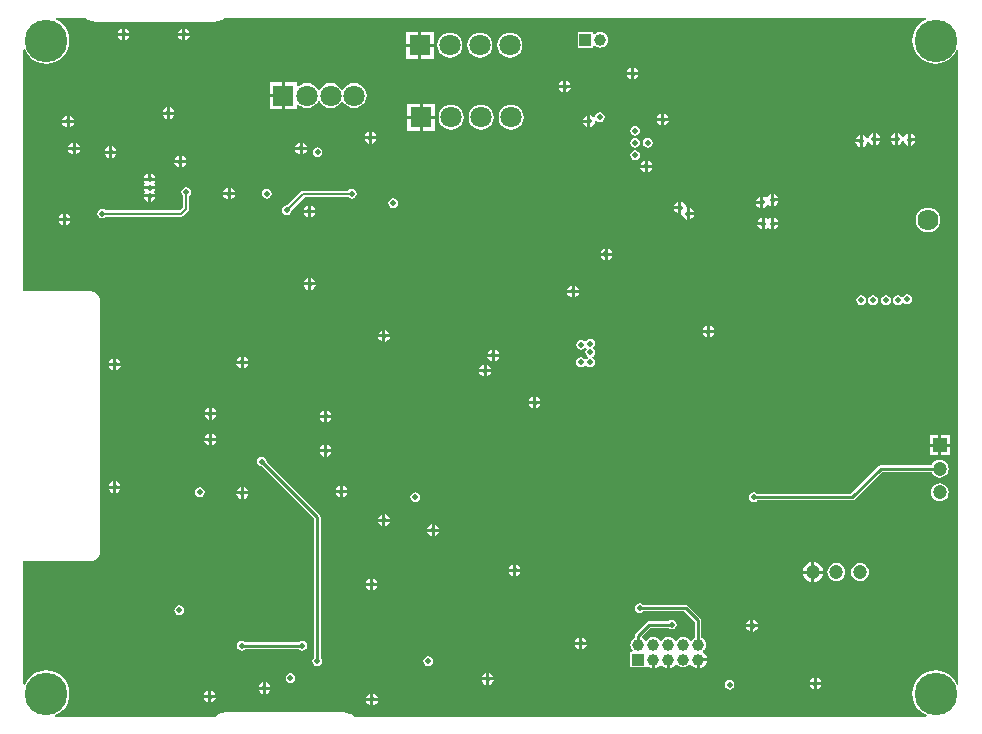
<source format=gbl>
G04*
G04 #@! TF.GenerationSoftware,Altium Limited,Altium Designer,21.1.1 (26)*
G04*
G04 Layer_Physical_Order=4*
G04 Layer_Color=16711680*
%FSLAX25Y25*%
%MOIN*%
G70*
G04*
G04 #@! TF.SameCoordinates,969F4329-1E93-4840-8548-A094FB753E80*
G04*
G04*
G04 #@! TF.FilePolarity,Positive*
G04*
G01*
G75*
%ADD13C,0.01000*%
%ADD17C,0.00800*%
%ADD34R,0.04724X0.04724*%
%ADD106R,0.03937X0.03937*%
%ADD107C,0.03937*%
%ADD108C,0.07008*%
%ADD116C,0.02000*%
%ADD126R,0.03960X0.03960*%
%ADD127C,0.03960*%
%ADD128C,0.14173*%
%ADD129C,0.04724*%
%ADD130C,0.07087*%
%ADD131R,0.07087X0.07087*%
%ADD132C,0.02000*%
G36*
X302753Y234104D02*
X301417Y233391D01*
X300247Y232430D01*
X299287Y231260D01*
X298573Y229924D01*
X298133Y228475D01*
X297985Y226969D01*
X298133Y225462D01*
X298573Y224013D01*
X299287Y222677D01*
X300247Y221507D01*
X301417Y220546D01*
X302753Y219833D01*
X304202Y219393D01*
X305709Y219245D01*
X307215Y219393D01*
X308664Y219833D01*
X310000Y220546D01*
X311170Y221507D01*
X312131Y222677D01*
X312844Y224013D01*
X313329Y223888D01*
X313329Y12332D01*
X312844Y12208D01*
X312131Y13543D01*
X311170Y14714D01*
X310000Y15674D01*
X308664Y16388D01*
X307215Y16827D01*
X305709Y16976D01*
X304202Y16827D01*
X302753Y16388D01*
X301417Y15674D01*
X300247Y14714D01*
X299287Y13543D01*
X298573Y12208D01*
X298133Y10759D01*
X297985Y9252D01*
X298133Y7745D01*
X298573Y6296D01*
X299287Y4961D01*
X300247Y3790D01*
X301417Y2830D01*
X302753Y2116D01*
X302629Y1631D01*
X111957D01*
X111786Y1788D01*
X111637Y1878D01*
X111508Y1993D01*
X110765Y2428D01*
X110601Y2484D01*
X110450Y2570D01*
X109632Y2838D01*
X109460Y2859D01*
X109294Y2910D01*
X108439Y3000D01*
X108352Y2992D01*
X108268Y3009D01*
X68898D01*
X68813Y2992D01*
X68727Y3000D01*
X67871Y2911D01*
X67704Y2859D01*
X67532Y2838D01*
X66714Y2569D01*
X66689Y2555D01*
X66662Y2551D01*
X66413Y2399D01*
X66159Y2256D01*
X66142Y2234D01*
X66118Y2220D01*
X65479Y1631D01*
X12332D01*
X12208Y2116D01*
X13543Y2830D01*
X14714Y3790D01*
X15674Y4961D01*
X16388Y6296D01*
X16827Y7745D01*
X16976Y9252D01*
X16827Y10759D01*
X16388Y12208D01*
X15674Y13543D01*
X14714Y14714D01*
X13543Y15674D01*
X12208Y16388D01*
X10759Y16827D01*
X9252Y16976D01*
X7745Y16827D01*
X6296Y16388D01*
X4961Y15674D01*
X3790Y14714D01*
X2830Y13543D01*
X2116Y12208D01*
X1631Y12332D01*
Y53487D01*
X24016D01*
X24105Y53505D01*
X24196Y53497D01*
X24547Y53536D01*
X24722Y53591D01*
X24904Y53617D01*
X25237Y53733D01*
X25395Y53826D01*
X25567Y53892D01*
X25866Y54079D01*
X25999Y54205D01*
X26152Y54307D01*
X26401Y54557D01*
X26503Y54710D01*
X26629Y54843D01*
X26817Y55142D01*
X26882Y55313D01*
X26975Y55471D01*
X27092Y55805D01*
X27117Y55986D01*
X27173Y56161D01*
X27212Y56512D01*
X27204Y56603D01*
X27222Y56693D01*
X27222Y140157D01*
X27204Y140247D01*
X27212Y140338D01*
X27173Y140689D01*
X27117Y140864D01*
X27092Y141046D01*
X26976Y141379D01*
X26882Y141537D01*
X26817Y141709D01*
X26629Y142007D01*
X26503Y142141D01*
X26401Y142293D01*
X26152Y142543D01*
X25999Y142645D01*
X25866Y142771D01*
X25567Y142958D01*
X25395Y143024D01*
X25237Y143117D01*
X24904Y143233D01*
X24722Y143259D01*
X24547Y143314D01*
X24196Y143353D01*
X24105Y143346D01*
X24016Y143364D01*
X1631D01*
X1631Y223888D01*
X2116Y224013D01*
X2830Y222677D01*
X3790Y221507D01*
X4961Y220546D01*
X6296Y219833D01*
X7745Y219393D01*
X9252Y219245D01*
X10759Y219393D01*
X12208Y219833D01*
X13543Y220546D01*
X14714Y221507D01*
X15674Y222677D01*
X16388Y224013D01*
X16827Y225462D01*
X16976Y226969D01*
X16827Y228475D01*
X16388Y229924D01*
X15674Y231260D01*
X14714Y232430D01*
X13543Y233391D01*
X12208Y234104D01*
X12339Y234587D01*
X22165Y234585D01*
X22332Y234432D01*
X22481Y234342D01*
X22610Y234227D01*
X23353Y233793D01*
X23517Y233736D01*
X23668Y233651D01*
X24486Y233383D01*
X24658Y233362D01*
X24824Y233310D01*
X25680Y233220D01*
X25766Y233228D01*
X25850Y233211D01*
X65220D01*
X65305Y233228D01*
X65391Y233220D01*
X66247Y233310D01*
X66414Y233362D01*
X66587Y233383D01*
X67405Y233652D01*
X67556Y233737D01*
X67721Y233794D01*
X68464Y234230D01*
X68594Y234346D01*
X68742Y234437D01*
X68908Y234589D01*
X197539Y234583D01*
X197570Y234589D01*
X302629Y234589D01*
X302753Y234104D01*
D02*
G37*
%LPC*%
G36*
X55618Y230940D02*
Y229500D01*
X57058D01*
X57002Y229780D01*
X56560Y230442D01*
X55898Y230884D01*
X55618Y230940D01*
D02*
G37*
G36*
X54618D02*
X54338Y230884D01*
X53676Y230442D01*
X53234Y229780D01*
X53178Y229500D01*
X54618D01*
Y230940D01*
D02*
G37*
G36*
X35539D02*
Y229500D01*
X36979D01*
X36923Y229780D01*
X36481Y230442D01*
X35820Y230884D01*
X35539Y230940D01*
D02*
G37*
G36*
X34539D02*
X34259Y230884D01*
X33597Y230442D01*
X33155Y229780D01*
X33100Y229500D01*
X34539D01*
Y230940D01*
D02*
G37*
G36*
X193898Y229756D02*
X193227Y229668D01*
X192602Y229409D01*
X192066Y228997D01*
X192045Y228970D01*
X191545Y229140D01*
Y229734D01*
X186408D01*
Y224597D01*
X191545D01*
Y225191D01*
X192045Y225361D01*
X192066Y225333D01*
X192602Y224922D01*
X193227Y224663D01*
X193898Y224575D01*
X194568Y224663D01*
X195193Y224922D01*
X195729Y225333D01*
X196141Y225870D01*
X196400Y226495D01*
X196488Y227165D01*
X196400Y227836D01*
X196141Y228461D01*
X195729Y228997D01*
X195193Y229409D01*
X194568Y229668D01*
X193898Y229756D01*
D02*
G37*
G36*
X57058Y228500D02*
X55618D01*
Y227060D01*
X55898Y227116D01*
X56560Y227558D01*
X57002Y228220D01*
X57058Y228500D01*
D02*
G37*
G36*
X54618D02*
X53178D01*
X53234Y228220D01*
X53676Y227558D01*
X54338Y227116D01*
X54618Y227060D01*
Y228500D01*
D02*
G37*
G36*
X36979D02*
X35539D01*
Y227060D01*
X35820Y227116D01*
X36481Y227558D01*
X36923Y228220D01*
X36979Y228500D01*
D02*
G37*
G36*
X34539D02*
X33100D01*
X33155Y228220D01*
X33597Y227558D01*
X34259Y227116D01*
X34539Y227060D01*
Y228500D01*
D02*
G37*
G36*
X138362Y229937D02*
X134319D01*
Y225894D01*
X138362D01*
Y229937D01*
D02*
G37*
G36*
X133319D02*
X129276D01*
Y225894D01*
X133319D01*
Y229937D01*
D02*
G37*
G36*
X163819Y229573D02*
X162737Y229430D01*
X161729Y229013D01*
X160864Y228349D01*
X160200Y227483D01*
X159782Y226475D01*
X159640Y225394D01*
X159782Y224312D01*
X160200Y223304D01*
X160864Y222439D01*
X161729Y221775D01*
X162737Y221357D01*
X163819Y221215D01*
X164901Y221357D01*
X165908Y221775D01*
X166774Y222439D01*
X167438Y223304D01*
X167856Y224312D01*
X167998Y225394D01*
X167856Y226475D01*
X167438Y227483D01*
X166774Y228349D01*
X165908Y229013D01*
X164901Y229430D01*
X163819Y229573D01*
D02*
G37*
G36*
X153819D02*
X152737Y229430D01*
X151729Y229013D01*
X150864Y228349D01*
X150200Y227483D01*
X149782Y226475D01*
X149640Y225394D01*
X149782Y224312D01*
X150200Y223304D01*
X150864Y222439D01*
X151729Y221775D01*
X152737Y221357D01*
X153819Y221215D01*
X154901Y221357D01*
X155908Y221775D01*
X156774Y222439D01*
X157438Y223304D01*
X157855Y224312D01*
X157998Y225394D01*
X157855Y226475D01*
X157438Y227483D01*
X156774Y228349D01*
X155908Y229013D01*
X154901Y229430D01*
X153819Y229573D01*
D02*
G37*
G36*
X143819D02*
X142737Y229430D01*
X141729Y229013D01*
X140864Y228349D01*
X140200Y227483D01*
X139782Y226475D01*
X139640Y225394D01*
X139782Y224312D01*
X140200Y223304D01*
X140864Y222439D01*
X141729Y221775D01*
X142737Y221357D01*
X143819Y221215D01*
X144901Y221357D01*
X145908Y221775D01*
X146774Y222439D01*
X147438Y223304D01*
X147855Y224312D01*
X147998Y225394D01*
X147855Y226475D01*
X147438Y227483D01*
X146774Y228349D01*
X145908Y229013D01*
X144901Y229430D01*
X143819Y229573D01*
D02*
G37*
G36*
X138362Y224894D02*
X134319D01*
Y220850D01*
X138362D01*
Y224894D01*
D02*
G37*
G36*
X133319D02*
X129276D01*
Y220850D01*
X133319D01*
Y224894D01*
D02*
G37*
G36*
X205224Y217885D02*
Y216445D01*
X206664D01*
X206608Y216725D01*
X206166Y217387D01*
X205505Y217829D01*
X205224Y217885D01*
D02*
G37*
G36*
X204224D02*
X203944Y217829D01*
X203282Y217387D01*
X202840Y216725D01*
X202785Y216445D01*
X204224D01*
Y217885D01*
D02*
G37*
G36*
X206664Y215445D02*
X205224D01*
Y214005D01*
X205505Y214061D01*
X206166Y214503D01*
X206608Y215164D01*
X206664Y215445D01*
D02*
G37*
G36*
X204224D02*
X202785D01*
X202840Y215164D01*
X203282Y214503D01*
X203944Y214061D01*
X204224Y214005D01*
Y215445D01*
D02*
G37*
G36*
X182587Y213554D02*
Y212114D01*
X184026D01*
X183971Y212394D01*
X183528Y213056D01*
X182867Y213498D01*
X182587Y213554D01*
D02*
G37*
G36*
X181587D02*
X181306Y213498D01*
X180645Y213056D01*
X180203Y212394D01*
X180147Y212114D01*
X181587D01*
Y213554D01*
D02*
G37*
G36*
X184026Y211114D02*
X182587D01*
Y209674D01*
X182867Y209730D01*
X183528Y210172D01*
X183971Y210834D01*
X184026Y211114D01*
D02*
G37*
G36*
X181587D02*
X180147D01*
X180203Y210834D01*
X180645Y210172D01*
X181306Y209730D01*
X181587Y209674D01*
Y211114D01*
D02*
G37*
G36*
X87785Y213153D02*
X83742D01*
Y209110D01*
X87785D01*
Y213153D01*
D02*
G37*
G36*
X92829D02*
X88785D01*
Y208610D01*
Y204067D01*
X92829D01*
Y205382D01*
X93329Y205559D01*
X94070Y204991D01*
X95078Y204573D01*
X96159Y204431D01*
X97241Y204573D01*
X98249Y204991D01*
X99115Y205655D01*
X99779Y206520D01*
X99847Y206684D01*
X100347D01*
X100414Y206520D01*
X101078Y205655D01*
X101944Y204991D01*
X102952Y204573D01*
X104034Y204431D01*
X105115Y204573D01*
X106123Y204991D01*
X106989Y205655D01*
X107653Y206520D01*
X107720Y206684D01*
X108221D01*
X108288Y206520D01*
X108952Y205655D01*
X109818Y204991D01*
X110826Y204573D01*
X111907Y204431D01*
X112989Y204573D01*
X113997Y204991D01*
X114863Y205655D01*
X115527Y206520D01*
X115944Y207528D01*
X116086Y208610D01*
X115944Y209692D01*
X115527Y210699D01*
X114863Y211565D01*
X113997Y212229D01*
X112989Y212647D01*
X111907Y212789D01*
X110826Y212647D01*
X109818Y212229D01*
X108952Y211565D01*
X108288Y210699D01*
X108221Y210536D01*
X107720D01*
X107653Y210699D01*
X106989Y211565D01*
X106123Y212229D01*
X105115Y212647D01*
X104034Y212789D01*
X102952Y212647D01*
X101944Y212229D01*
X101078Y211565D01*
X100414Y210699D01*
X100347Y210536D01*
X99847D01*
X99779Y210699D01*
X99115Y211565D01*
X98249Y212229D01*
X97241Y212647D01*
X96159Y212789D01*
X95078Y212647D01*
X94070Y212229D01*
X93329Y211660D01*
X92829Y211838D01*
Y213153D01*
D02*
G37*
G36*
X87785Y208110D02*
X83742D01*
Y204067D01*
X87785D01*
Y208110D01*
D02*
G37*
G36*
X50500Y204695D02*
Y203256D01*
X51940D01*
X51884Y203536D01*
X51442Y204197D01*
X50780Y204640D01*
X50500Y204695D01*
D02*
G37*
G36*
X49500D02*
X49220Y204640D01*
X48558Y204197D01*
X48116Y203536D01*
X48060Y203256D01*
X49500D01*
Y204695D01*
D02*
G37*
G36*
X138756Y205921D02*
X134713D01*
Y201878D01*
X138756D01*
Y205921D01*
D02*
G37*
G36*
X133713D02*
X129669D01*
Y201878D01*
X133713D01*
Y205921D01*
D02*
G37*
G36*
X193799Y203009D02*
X193175Y202885D01*
X192646Y202532D01*
X192292Y202002D01*
X192200Y201541D01*
X191692Y201401D01*
X191599Y201540D01*
X190938Y201982D01*
X190657Y202038D01*
Y200098D01*
Y198159D01*
X190938Y198214D01*
X191599Y198656D01*
X192041Y199318D01*
X192181Y200020D01*
X192473Y200154D01*
X192687Y200197D01*
X193175Y199871D01*
X193799Y199747D01*
X194423Y199871D01*
X194953Y200224D01*
X195306Y200754D01*
X195431Y201378D01*
X195306Y202002D01*
X194953Y202532D01*
X194423Y202885D01*
X193799Y203009D01*
D02*
G37*
G36*
X215264Y202530D02*
Y201091D01*
X216704D01*
X216648Y201371D01*
X216206Y202032D01*
X215544Y202474D01*
X215264Y202530D01*
D02*
G37*
G36*
X214264D02*
X213983Y202474D01*
X213322Y202032D01*
X212880Y201371D01*
X212824Y201091D01*
X214264D01*
Y202530D01*
D02*
G37*
G36*
X51940Y202256D02*
X50500D01*
Y200816D01*
X50780Y200871D01*
X51442Y201314D01*
X51884Y201975D01*
X51940Y202256D01*
D02*
G37*
G36*
X49500D02*
X48060D01*
X48116Y201975D01*
X48558Y201314D01*
X49220Y200871D01*
X49500Y200816D01*
Y202256D01*
D02*
G37*
G36*
X189657Y202038D02*
X189377Y201982D01*
X188716Y201540D01*
X188274Y200879D01*
X188218Y200598D01*
X189657D01*
Y202038D01*
D02*
G37*
G36*
X17035Y201940D02*
Y200500D01*
X18475D01*
X18419Y200780D01*
X17977Y201442D01*
X17316Y201884D01*
X17035Y201940D01*
D02*
G37*
G36*
X16035D02*
X15755Y201884D01*
X15093Y201442D01*
X14651Y200780D01*
X14596Y200500D01*
X16035D01*
Y201940D01*
D02*
G37*
G36*
X216704Y200091D02*
X215264D01*
Y198651D01*
X215544Y198707D01*
X216206Y199149D01*
X216648Y199810D01*
X216704Y200091D01*
D02*
G37*
G36*
X214264D02*
X212824D01*
X212880Y199810D01*
X213322Y199149D01*
X213983Y198707D01*
X214264Y198651D01*
Y200091D01*
D02*
G37*
G36*
X189657Y199598D02*
X188218D01*
X188274Y199318D01*
X188716Y198656D01*
X189377Y198214D01*
X189657Y198159D01*
Y199598D01*
D02*
G37*
G36*
X18475Y199500D02*
X17035D01*
Y198060D01*
X17316Y198116D01*
X17977Y198558D01*
X18419Y199220D01*
X18475Y199500D01*
D02*
G37*
G36*
X16035D02*
X14596D01*
X14651Y199220D01*
X15093Y198558D01*
X15755Y198116D01*
X16035Y198060D01*
Y199500D01*
D02*
G37*
G36*
X164213Y205557D02*
X163131Y205415D01*
X162123Y204997D01*
X161258Y204333D01*
X160593Y203467D01*
X160176Y202460D01*
X160034Y201378D01*
X160176Y200296D01*
X160593Y199288D01*
X161258Y198423D01*
X162123Y197759D01*
X163131Y197341D01*
X164213Y197199D01*
X165294Y197341D01*
X166302Y197759D01*
X167168Y198423D01*
X167832Y199288D01*
X168249Y200296D01*
X168392Y201378D01*
X168249Y202460D01*
X167832Y203467D01*
X167168Y204333D01*
X166302Y204997D01*
X165294Y205415D01*
X164213Y205557D01*
D02*
G37*
G36*
X154213D02*
X153131Y205415D01*
X152123Y204997D01*
X151258Y204333D01*
X150593Y203467D01*
X150176Y202460D01*
X150033Y201378D01*
X150176Y200296D01*
X150593Y199288D01*
X151258Y198423D01*
X152123Y197759D01*
X153131Y197341D01*
X154213Y197199D01*
X155294Y197341D01*
X156302Y197759D01*
X157168Y198423D01*
X157832Y199288D01*
X158249Y200296D01*
X158392Y201378D01*
X158249Y202460D01*
X157832Y203467D01*
X157168Y204333D01*
X156302Y204997D01*
X155294Y205415D01*
X154213Y205557D01*
D02*
G37*
G36*
X144213D02*
X143131Y205415D01*
X142123Y204997D01*
X141258Y204333D01*
X140593Y203467D01*
X140176Y202460D01*
X140033Y201378D01*
X140176Y200296D01*
X140593Y199288D01*
X141258Y198423D01*
X142123Y197759D01*
X143131Y197341D01*
X144213Y197199D01*
X145294Y197341D01*
X146302Y197759D01*
X147168Y198423D01*
X147832Y199288D01*
X148249Y200296D01*
X148392Y201378D01*
X148249Y202460D01*
X147832Y203467D01*
X147168Y204333D01*
X146302Y204997D01*
X145294Y205415D01*
X144213Y205557D01*
D02*
G37*
G36*
X138756Y200878D02*
X134713D01*
Y196835D01*
X138756D01*
Y200878D01*
D02*
G37*
G36*
X133713D02*
X129669D01*
Y196835D01*
X133713D01*
Y200878D01*
D02*
G37*
G36*
X205512Y198482D02*
X204888Y198358D01*
X204358Y198004D01*
X204005Y197475D01*
X203880Y196850D01*
X204005Y196226D01*
X204358Y195697D01*
X204888Y195343D01*
X205512Y195219D01*
X206136Y195343D01*
X206665Y195697D01*
X207019Y196226D01*
X207143Y196850D01*
X207019Y197475D01*
X206665Y198004D01*
X206136Y198358D01*
X205512Y198482D01*
D02*
G37*
G36*
X117821Y196475D02*
Y195035D01*
X119261D01*
X119205Y195315D01*
X118763Y195977D01*
X118101Y196419D01*
X117821Y196475D01*
D02*
G37*
G36*
X116821D02*
X116541Y196419D01*
X115879Y195977D01*
X115437Y195315D01*
X115381Y195035D01*
X116821D01*
Y196475D01*
D02*
G37*
G36*
X292217Y196074D02*
X291936Y196018D01*
X291275Y195576D01*
X290833Y194914D01*
X290777Y194634D01*
X292217D01*
Y196074D01*
D02*
G37*
G36*
X285736D02*
Y194634D01*
X287176D01*
X287120Y194914D01*
X286678Y195576D01*
X286017Y196018D01*
X285736Y196074D01*
D02*
G37*
G36*
X297547Y195837D02*
Y194398D01*
X298987D01*
X298931Y194678D01*
X298489Y195340D01*
X297828Y195782D01*
X297547Y195837D01*
D02*
G37*
G36*
X284736Y196074D02*
X284456Y196018D01*
X283794Y195576D01*
X283352Y194914D01*
X283254Y194421D01*
X283076Y194368D01*
X282734Y194368D01*
X282347Y194946D01*
X281686Y195388D01*
X281405Y195444D01*
Y193504D01*
Y191564D01*
X281686Y191620D01*
X282347Y192062D01*
X282789Y192724D01*
X282888Y193217D01*
X283066Y193270D01*
X283408Y193270D01*
X283794Y192692D01*
X284456Y192250D01*
X284736Y192194D01*
Y194134D01*
Y196074D01*
D02*
G37*
G36*
X280405Y195444D02*
X280125Y195388D01*
X279464Y194946D01*
X279022Y194284D01*
X278966Y194004D01*
X280405D01*
Y195444D01*
D02*
G37*
G36*
X119261Y194035D02*
X117821D01*
Y192595D01*
X118101Y192651D01*
X118763Y193093D01*
X119205Y193755D01*
X119261Y194035D01*
D02*
G37*
G36*
X116821D02*
X115381D01*
X115437Y193755D01*
X115879Y193093D01*
X116541Y192651D01*
X116821Y192595D01*
Y194035D01*
D02*
G37*
G36*
X292217Y193634D02*
X290777D01*
X290833Y193353D01*
X291275Y192692D01*
X291936Y192250D01*
X292217Y192194D01*
Y193634D01*
D02*
G37*
G36*
X287176D02*
X285736D01*
Y192194D01*
X286017Y192250D01*
X286678Y192692D01*
X287120Y193353D01*
X287176Y193634D01*
D02*
G37*
G36*
X298987Y193398D02*
X297547D01*
Y191958D01*
X297828Y192014D01*
X298489Y192456D01*
X298931Y193117D01*
X298987Y193398D01*
D02*
G37*
G36*
X293217Y196074D02*
Y194134D01*
Y192194D01*
X293497Y192250D01*
X294159Y192692D01*
X294601Y193353D01*
X294603Y193369D01*
X295113D01*
X295163Y193117D01*
X295605Y192456D01*
X296267Y192014D01*
X296547Y191958D01*
Y193898D01*
Y195837D01*
X296267Y195782D01*
X295605Y195340D01*
X295163Y194678D01*
X295160Y194663D01*
X294651D01*
X294601Y194914D01*
X294159Y195576D01*
X293497Y196018D01*
X293217Y196074D01*
D02*
G37*
G36*
X280405Y193004D02*
X278966D01*
X279022Y192724D01*
X279464Y192062D01*
X280125Y191620D01*
X280405Y191564D01*
Y193004D01*
D02*
G37*
G36*
X94691Y192931D02*
Y191492D01*
X96131D01*
X96075Y191772D01*
X95633Y192434D01*
X94971Y192876D01*
X94691Y192931D01*
D02*
G37*
G36*
X93691D02*
X93411Y192876D01*
X92749Y192434D01*
X92307Y191772D01*
X92251Y191492D01*
X93691D01*
Y192931D01*
D02*
G37*
G36*
X19004Y192885D02*
Y191445D01*
X20444D01*
X20388Y191725D01*
X19946Y192387D01*
X19284Y192829D01*
X19004Y192885D01*
D02*
G37*
G36*
X18004D02*
X17724Y192829D01*
X17062Y192387D01*
X16620Y191725D01*
X16564Y191445D01*
X18004D01*
Y192885D01*
D02*
G37*
G36*
X209752Y194545D02*
X209127Y194421D01*
X208598Y194067D01*
X208245Y193538D01*
X208120Y192913D01*
X208245Y192289D01*
X208598Y191760D01*
X209127Y191406D01*
X209752Y191282D01*
X210376Y191406D01*
X210905Y191760D01*
X211259Y192289D01*
X211383Y192913D01*
X211259Y193538D01*
X210905Y194067D01*
X210376Y194421D01*
X209752Y194545D01*
D02*
G37*
G36*
X205512D02*
X204888Y194421D01*
X204358Y194067D01*
X204005Y193538D01*
X203880Y192913D01*
X204005Y192289D01*
X204358Y191760D01*
X204888Y191406D01*
X205512Y191282D01*
X206136Y191406D01*
X206665Y191760D01*
X207019Y192289D01*
X207143Y192913D01*
X207019Y193538D01*
X206665Y194067D01*
X206136Y194421D01*
X205512Y194545D01*
D02*
G37*
G36*
X31209Y191703D02*
Y190264D01*
X32648D01*
X32593Y190544D01*
X32151Y191206D01*
X31489Y191648D01*
X31209Y191703D01*
D02*
G37*
G36*
X30209D02*
X29928Y191648D01*
X29267Y191206D01*
X28825Y190544D01*
X28769Y190264D01*
X30209D01*
Y191703D01*
D02*
G37*
G36*
X96131Y190492D02*
X94691D01*
Y189052D01*
X94971Y189108D01*
X95633Y189550D01*
X96075Y190211D01*
X96131Y190492D01*
D02*
G37*
G36*
X93691D02*
X92251D01*
X92307Y190211D01*
X92749Y189550D01*
X93411Y189108D01*
X93691Y189052D01*
Y190492D01*
D02*
G37*
G36*
X20444Y190445D02*
X19004D01*
Y189005D01*
X19284Y189061D01*
X19946Y189503D01*
X20388Y190164D01*
X20444Y190445D01*
D02*
G37*
G36*
X18004D02*
X16564D01*
X16620Y190164D01*
X17062Y189503D01*
X17724Y189061D01*
X18004Y189005D01*
Y190445D01*
D02*
G37*
G36*
X99703Y191344D02*
X99079Y191219D01*
X98549Y190866D01*
X98196Y190337D01*
X98071Y189712D01*
X98196Y189088D01*
X98549Y188559D01*
X99079Y188205D01*
X99703Y188081D01*
X100327Y188205D01*
X100856Y188559D01*
X101210Y189088D01*
X101334Y189712D01*
X101210Y190337D01*
X100856Y190866D01*
X100327Y191219D01*
X99703Y191344D01*
D02*
G37*
G36*
X32648Y189264D02*
X31209D01*
Y187824D01*
X31489Y187880D01*
X32151Y188322D01*
X32593Y188983D01*
X32648Y189264D01*
D02*
G37*
G36*
X30209D02*
X28769D01*
X28825Y188983D01*
X29267Y188322D01*
X29928Y187880D01*
X30209Y187824D01*
Y189264D01*
D02*
G37*
G36*
X54437Y188554D02*
Y187114D01*
X55877D01*
X55821Y187394D01*
X55379Y188056D01*
X54717Y188498D01*
X54437Y188554D01*
D02*
G37*
G36*
X53437D02*
X53157Y188498D01*
X52495Y188056D01*
X52053Y187394D01*
X51997Y187114D01*
X53437D01*
Y188554D01*
D02*
G37*
G36*
X205512Y190312D02*
X204888Y190188D01*
X204358Y189835D01*
X204005Y189305D01*
X203880Y188681D01*
X204005Y188057D01*
X204358Y187528D01*
X204888Y187174D01*
X205512Y187050D01*
X206136Y187174D01*
X206665Y187528D01*
X207019Y188057D01*
X207143Y188681D01*
X207019Y189305D01*
X206665Y189835D01*
X206136Y190188D01*
X205512Y190312D01*
D02*
G37*
G36*
X209752Y186979D02*
Y185539D01*
X211192D01*
X211136Y185820D01*
X210694Y186481D01*
X210032Y186923D01*
X209752Y186979D01*
D02*
G37*
G36*
X208752D02*
X208471Y186923D01*
X207810Y186481D01*
X207368Y185820D01*
X207312Y185539D01*
X208752D01*
Y186979D01*
D02*
G37*
G36*
X55877Y186114D02*
X54437D01*
Y184674D01*
X54717Y184730D01*
X55379Y185172D01*
X55821Y185833D01*
X55877Y186114D01*
D02*
G37*
G36*
X53437D02*
X51997D01*
X52053Y185833D01*
X52495Y185172D01*
X53157Y184730D01*
X53437Y184674D01*
Y186114D01*
D02*
G37*
G36*
X211192Y184539D02*
X209752D01*
Y183100D01*
X210032Y183155D01*
X210694Y183598D01*
X211136Y184259D01*
X211192Y184539D01*
D02*
G37*
G36*
X208752D02*
X207312D01*
X207368Y184259D01*
X207810Y183598D01*
X208471Y183155D01*
X208752Y183100D01*
Y184539D01*
D02*
G37*
G36*
X44201Y182648D02*
Y181209D01*
X45641D01*
X45585Y181489D01*
X45143Y182151D01*
X44481Y182593D01*
X44201Y182648D01*
D02*
G37*
G36*
X43201D02*
X42920Y182593D01*
X42259Y182151D01*
X41817Y181489D01*
X41761Y181209D01*
X43201D01*
Y182648D01*
D02*
G37*
G36*
X45641Y180209D02*
X41761D01*
X41817Y179928D01*
X42216Y179331D01*
X41817Y178733D01*
X41761Y178453D01*
X45641D01*
X45585Y178733D01*
X45185Y179331D01*
X45585Y179928D01*
X45641Y180209D01*
D02*
G37*
G36*
X70675Y177872D02*
Y176433D01*
X72115D01*
X72059Y176713D01*
X71617Y177375D01*
X70956Y177817D01*
X70675Y177872D01*
D02*
G37*
G36*
X69675D02*
X69395Y177817D01*
X68733Y177375D01*
X68291Y176713D01*
X68235Y176433D01*
X69675D01*
Y177872D01*
D02*
G37*
G36*
X45641Y177453D02*
X41761D01*
X41817Y177172D01*
X42216Y176575D01*
X41817Y175977D01*
X41761Y175697D01*
X45641D01*
X45585Y175977D01*
X45185Y176575D01*
X45585Y177172D01*
X45641Y177453D01*
D02*
G37*
G36*
X250878Y175759D02*
X250598Y175703D01*
X249936Y175261D01*
X249625Y174796D01*
X249422Y174608D01*
X248996Y174661D01*
X248615Y174916D01*
X248335Y174971D01*
Y173031D01*
Y171092D01*
X248615Y171148D01*
X249277Y171590D01*
X249587Y172055D01*
X249790Y172242D01*
X250216Y172190D01*
X250598Y171935D01*
X250878Y171879D01*
Y173819D01*
Y175759D01*
D02*
G37*
G36*
X251878D02*
Y174319D01*
X253318D01*
X253262Y174599D01*
X252820Y175261D01*
X252158Y175703D01*
X251878Y175759D01*
D02*
G37*
G36*
X111120Y177564D02*
X110496Y177440D01*
X109967Y177086D01*
X109877Y176952D01*
X94978D01*
X94588Y176875D01*
X94257Y176654D01*
X89625Y172021D01*
X89467Y172052D01*
X88842Y171928D01*
X88313Y171574D01*
X87959Y171045D01*
X87835Y170421D01*
X87959Y169797D01*
X88313Y169267D01*
X88842Y168914D01*
X89467Y168790D01*
X90091Y168914D01*
X90620Y169267D01*
X90974Y169797D01*
X91098Y170421D01*
X91066Y170579D01*
X95401Y174913D01*
X109877D01*
X109967Y174779D01*
X110496Y174425D01*
X111120Y174301D01*
X111744Y174425D01*
X112274Y174779D01*
X112627Y175308D01*
X112751Y175933D01*
X112627Y176557D01*
X112274Y177086D01*
X111744Y177440D01*
X111120Y177564D01*
D02*
G37*
G36*
X82774D02*
X82149Y177440D01*
X81620Y177086D01*
X81266Y176557D01*
X81142Y175933D01*
X81266Y175308D01*
X81620Y174779D01*
X82149Y174425D01*
X82774Y174301D01*
X83398Y174425D01*
X83927Y174779D01*
X84281Y175308D01*
X84405Y175933D01*
X84281Y176557D01*
X83927Y177086D01*
X83398Y177440D01*
X82774Y177564D01*
D02*
G37*
G36*
X72115Y175433D02*
X70675D01*
Y173993D01*
X70956Y174049D01*
X71617Y174491D01*
X72059Y175152D01*
X72115Y175433D01*
D02*
G37*
G36*
X69675D02*
X68235D01*
X68291Y175152D01*
X68733Y174491D01*
X69395Y174049D01*
X69675Y173993D01*
Y175433D01*
D02*
G37*
G36*
X247335Y174971D02*
X247054Y174916D01*
X246393Y174473D01*
X245951Y173812D01*
X245895Y173531D01*
X247335D01*
Y174971D01*
D02*
G37*
G36*
X45641Y174697D02*
X44201D01*
Y173257D01*
X44481Y173313D01*
X45143Y173755D01*
X45585Y174416D01*
X45641Y174697D01*
D02*
G37*
G36*
X43201D02*
X41761D01*
X41817Y174416D01*
X42259Y173755D01*
X42920Y173313D01*
X43201Y173257D01*
Y174697D01*
D02*
G37*
G36*
X253318Y173319D02*
X251878D01*
Y171879D01*
X252158Y171935D01*
X252820Y172377D01*
X253262Y173039D01*
X253318Y173319D01*
D02*
G37*
G36*
X219972Y173200D02*
X219692Y173144D01*
X219030Y172702D01*
X218588Y172040D01*
X218533Y171760D01*
X219972D01*
Y173200D01*
D02*
G37*
G36*
X124900Y174414D02*
X124275Y174290D01*
X123746Y173937D01*
X123392Y173407D01*
X123268Y172783D01*
X123392Y172159D01*
X123746Y171630D01*
X124275Y171276D01*
X124900Y171152D01*
X125524Y171276D01*
X126053Y171630D01*
X126407Y172159D01*
X126531Y172783D01*
X126407Y173407D01*
X126053Y173937D01*
X125524Y174290D01*
X124900Y174414D01*
D02*
G37*
G36*
X247335Y172531D02*
X245895D01*
X245951Y172251D01*
X246393Y171590D01*
X247054Y171148D01*
X247335Y171092D01*
Y172531D01*
D02*
G37*
G36*
X97447Y171967D02*
Y170527D01*
X98887D01*
X98831Y170808D01*
X98389Y171469D01*
X97727Y171911D01*
X97447Y171967D01*
D02*
G37*
G36*
X96447D02*
X96166Y171911D01*
X95505Y171469D01*
X95063Y170808D01*
X95007Y170527D01*
X96447D01*
Y171967D01*
D02*
G37*
G36*
X55905Y178009D02*
X55281Y177885D01*
X54752Y177531D01*
X54398Y177002D01*
X54274Y176378D01*
X54398Y175753D01*
X54752Y175224D01*
X54886Y175135D01*
Y171288D01*
X53908Y170311D01*
X29135D01*
X29045Y170445D01*
X28516Y170799D01*
X27892Y170923D01*
X27267Y170799D01*
X26738Y170445D01*
X26385Y169916D01*
X26260Y169291D01*
X26385Y168667D01*
X26738Y168138D01*
X27267Y167784D01*
X27892Y167660D01*
X28516Y167784D01*
X29045Y168138D01*
X29135Y168272D01*
X54331D01*
X54721Y168349D01*
X55052Y168570D01*
X56626Y170145D01*
X56847Y170476D01*
X56925Y170866D01*
Y175135D01*
X57059Y175224D01*
X57413Y175753D01*
X57537Y176378D01*
X57413Y177002D01*
X57059Y177531D01*
X56530Y177885D01*
X55905Y178009D01*
D02*
G37*
G36*
X223721Y171179D02*
Y169740D01*
X225161D01*
X225105Y170020D01*
X224663Y170682D01*
X224002Y171124D01*
X223721Y171179D01*
D02*
G37*
G36*
X219972Y170760D02*
X218533D01*
X218588Y170480D01*
X219030Y169818D01*
X219692Y169376D01*
X219972Y169320D01*
Y170760D01*
D02*
G37*
G36*
X98887Y169527D02*
X97447D01*
Y168087D01*
X97727Y168143D01*
X98389Y168585D01*
X98831Y169247D01*
X98887Y169527D01*
D02*
G37*
G36*
X96447D02*
X95007D01*
X95063Y169247D01*
X95505Y168585D01*
X96166Y168143D01*
X96447Y168087D01*
Y169527D01*
D02*
G37*
G36*
X15854Y169262D02*
Y167823D01*
X17294D01*
X17238Y168103D01*
X16796Y168764D01*
X16135Y169207D01*
X15854Y169262D01*
D02*
G37*
G36*
X14854D02*
X14574Y169207D01*
X13912Y168764D01*
X13470Y168103D01*
X13415Y167823D01*
X14854D01*
Y169262D01*
D02*
G37*
G36*
X250878Y167885D02*
X250598Y167829D01*
X249936Y167387D01*
X249670D01*
X249009Y167829D01*
X248728Y167885D01*
Y165945D01*
Y164005D01*
X249009Y164061D01*
X249670Y164503D01*
X249936D01*
X250598Y164061D01*
X250878Y164005D01*
Y165945D01*
Y167885D01*
D02*
G37*
G36*
X225161Y168740D02*
X223721D01*
Y167300D01*
X224002Y167356D01*
X224663Y167798D01*
X225105Y168459D01*
X225161Y168740D01*
D02*
G37*
G36*
X220972Y173200D02*
Y171260D01*
Y169079D01*
X221256Y168867D01*
X221337Y168459D01*
X221779Y167798D01*
X222441Y167356D01*
X222721Y167300D01*
Y169240D01*
Y171421D01*
X222437Y171633D01*
X222356Y172040D01*
X221914Y172702D01*
X221253Y173144D01*
X220972Y173200D01*
D02*
G37*
G36*
X251878Y167885D02*
Y166445D01*
X253318D01*
X253262Y166725D01*
X252820Y167387D01*
X252158Y167829D01*
X251878Y167885D01*
D02*
G37*
G36*
X247728D02*
X247448Y167829D01*
X246786Y167387D01*
X246344Y166725D01*
X246289Y166445D01*
X247728D01*
Y167885D01*
D02*
G37*
G36*
X17294Y166823D02*
X15854D01*
Y165383D01*
X16135Y165438D01*
X16796Y165881D01*
X17238Y166542D01*
X17294Y166823D01*
D02*
G37*
G36*
X14854D02*
X13415D01*
X13470Y166542D01*
X13912Y165881D01*
X14574Y165438D01*
X14854Y165383D01*
Y166823D01*
D02*
G37*
G36*
X253318Y165445D02*
X251878D01*
Y164005D01*
X252158Y164061D01*
X252820Y164503D01*
X253262Y165164D01*
X253318Y165445D01*
D02*
G37*
G36*
X247728D02*
X246289D01*
X246344Y165164D01*
X246786Y164503D01*
X247448Y164061D01*
X247728Y164005D01*
Y165445D01*
D02*
G37*
G36*
X303150Y171265D02*
X302078Y171124D01*
X301080Y170711D01*
X300223Y170053D01*
X299565Y169196D01*
X299151Y168197D01*
X299010Y167126D01*
X299151Y166055D01*
X299565Y165056D01*
X300223Y164199D01*
X301080Y163541D01*
X302078Y163128D01*
X303150Y162987D01*
X304221Y163128D01*
X305219Y163541D01*
X306077Y164199D01*
X306734Y165056D01*
X307148Y166055D01*
X307289Y167126D01*
X307148Y168197D01*
X306734Y169196D01*
X306077Y170053D01*
X305219Y170711D01*
X304221Y171124D01*
X303150Y171265D01*
D02*
G37*
G36*
X196464Y157648D02*
Y156208D01*
X197904D01*
X197848Y156489D01*
X197406Y157150D01*
X196745Y157592D01*
X196464Y157648D01*
D02*
G37*
G36*
X195464D02*
X195184Y157592D01*
X194522Y157150D01*
X194080Y156489D01*
X194025Y156208D01*
X195464D01*
Y157648D01*
D02*
G37*
G36*
X197904Y155208D02*
X196464D01*
Y153769D01*
X196745Y153824D01*
X197406Y154266D01*
X197848Y154928D01*
X197904Y155208D01*
D02*
G37*
G36*
X195464D02*
X194025D01*
X194080Y154928D01*
X194522Y154266D01*
X195184Y153824D01*
X195464Y153769D01*
Y155208D01*
D02*
G37*
G36*
X97585Y147747D02*
Y146307D01*
X99024D01*
X98969Y146587D01*
X98527Y147249D01*
X97865Y147691D01*
X97585Y147747D01*
D02*
G37*
G36*
X96585D02*
X96304Y147691D01*
X95643Y147249D01*
X95201Y146587D01*
X95145Y146307D01*
X96585D01*
Y147747D01*
D02*
G37*
G36*
X185342Y145345D02*
Y143905D01*
X186782D01*
X186726Y144186D01*
X186284Y144847D01*
X185623Y145289D01*
X185342Y145345D01*
D02*
G37*
G36*
X184342D02*
X184062Y145289D01*
X183400Y144847D01*
X182958Y144186D01*
X182903Y143905D01*
X184342D01*
Y145345D01*
D02*
G37*
G36*
X99024Y145307D02*
X97585D01*
Y143867D01*
X97865Y143923D01*
X98527Y144365D01*
X98969Y145027D01*
X99024Y145307D01*
D02*
G37*
G36*
X96585D02*
X95145D01*
X95201Y145027D01*
X95643Y144365D01*
X96304Y143923D01*
X96585Y143867D01*
Y145307D01*
D02*
G37*
G36*
X296260Y142379D02*
X295636Y142255D01*
X295106Y141902D01*
X294854Y141524D01*
X294375Y141465D01*
X294276Y141490D01*
X294264Y141508D01*
X293735Y141861D01*
X293110Y141986D01*
X292486Y141861D01*
X291957Y141508D01*
X291603Y140979D01*
X291479Y140354D01*
X291603Y139730D01*
X291957Y139201D01*
X292486Y138847D01*
X293110Y138723D01*
X293735Y138847D01*
X294264Y139201D01*
X294516Y139578D01*
X294995Y139637D01*
X295094Y139612D01*
X295106Y139594D01*
X295636Y139241D01*
X296260Y139117D01*
X296884Y139241D01*
X297413Y139594D01*
X297767Y140124D01*
X297891Y140748D01*
X297767Y141372D01*
X297413Y141902D01*
X296884Y142255D01*
X296260Y142379D01*
D02*
G37*
G36*
X186782Y142905D02*
X185342D01*
Y141465D01*
X185623Y141521D01*
X186284Y141963D01*
X186726Y142625D01*
X186782Y142905D01*
D02*
G37*
G36*
X184342D02*
X182903D01*
X182958Y142625D01*
X183400Y141963D01*
X184062Y141521D01*
X184342Y141465D01*
Y142905D01*
D02*
G37*
G36*
X289173Y141986D02*
X288549Y141861D01*
X288020Y141508D01*
X287666Y140979D01*
X287542Y140354D01*
X287666Y139730D01*
X288020Y139201D01*
X288549Y138847D01*
X289173Y138723D01*
X289797Y138847D01*
X290327Y139201D01*
X290680Y139730D01*
X290805Y140354D01*
X290680Y140979D01*
X290327Y141508D01*
X289797Y141861D01*
X289173Y141986D01*
D02*
G37*
G36*
X284842D02*
X284218Y141861D01*
X283689Y141508D01*
X283335Y140979D01*
X283211Y140354D01*
X283335Y139730D01*
X283689Y139201D01*
X284218Y138847D01*
X284842Y138723D01*
X285467Y138847D01*
X285996Y139201D01*
X286350Y139730D01*
X286474Y140354D01*
X286350Y140979D01*
X285996Y141508D01*
X285467Y141861D01*
X284842Y141986D01*
D02*
G37*
G36*
X280906D02*
X280281Y141861D01*
X279752Y141508D01*
X279398Y140979D01*
X279274Y140354D01*
X279398Y139730D01*
X279752Y139201D01*
X280281Y138847D01*
X280906Y138723D01*
X281530Y138847D01*
X282059Y139201D01*
X282413Y139730D01*
X282537Y140354D01*
X282413Y140979D01*
X282059Y141508D01*
X281530Y141861D01*
X280906Y141986D01*
D02*
G37*
G36*
X230499Y131861D02*
Y130421D01*
X231939D01*
X231883Y130702D01*
X231441Y131363D01*
X230779Y131805D01*
X230499Y131861D01*
D02*
G37*
G36*
X229499D02*
X229219Y131805D01*
X228557Y131363D01*
X228115Y130702D01*
X228059Y130421D01*
X229499D01*
Y131861D01*
D02*
G37*
G36*
X122329Y130461D02*
Y129022D01*
X123768D01*
X123713Y129302D01*
X123271Y129964D01*
X122609Y130406D01*
X122329Y130461D01*
D02*
G37*
G36*
X121329D02*
X121048Y130406D01*
X120387Y129964D01*
X119945Y129302D01*
X119889Y129022D01*
X121329D01*
Y130461D01*
D02*
G37*
G36*
X231939Y129421D02*
X230499D01*
Y127981D01*
X230779Y128037D01*
X231441Y128479D01*
X231883Y129141D01*
X231939Y129421D01*
D02*
G37*
G36*
X229499D02*
X228059D01*
X228115Y129141D01*
X228557Y128479D01*
X229219Y128037D01*
X229499Y127981D01*
Y129421D01*
D02*
G37*
G36*
X190551Y127594D02*
X189927Y127470D01*
X189398Y127116D01*
X189226Y126859D01*
X188798Y126688D01*
X188608Y126766D01*
X188223Y127023D01*
X187598Y127147D01*
X186974Y127023D01*
X186445Y126669D01*
X186091Y126140D01*
X185967Y125516D01*
X186091Y124891D01*
X186445Y124362D01*
X186974Y124009D01*
X187598Y123884D01*
X188223Y124009D01*
X188752Y124362D01*
X189237Y124394D01*
X189398Y124185D01*
X189044Y123656D01*
X188920Y123031D01*
X189044Y122407D01*
X189398Y121878D01*
X189760Y121636D01*
X189767Y121617D01*
Y121099D01*
X189760Y121081D01*
X189398Y120839D01*
X189277Y120658D01*
X188676D01*
X188555Y120839D01*
X188026Y121192D01*
X187402Y121316D01*
X186777Y121192D01*
X186248Y120839D01*
X185894Y120309D01*
X185770Y119685D01*
X185894Y119061D01*
X186248Y118532D01*
X186777Y118178D01*
X187402Y118054D01*
X188026Y118178D01*
X188555Y118532D01*
X188676Y118712D01*
X189277D01*
X189398Y118532D01*
X189927Y118178D01*
X190551Y118054D01*
X191175Y118178D01*
X191705Y118532D01*
X192058Y119061D01*
X192183Y119685D01*
X192058Y120309D01*
X191705Y120839D01*
X191343Y121081D01*
X191336Y121099D01*
Y121617D01*
X191343Y121636D01*
X191705Y121878D01*
X192058Y122407D01*
X192183Y123031D01*
X192058Y123656D01*
X191705Y124185D01*
X191612Y124247D01*
Y124747D01*
X191705Y124809D01*
X192058Y125338D01*
X192183Y125963D01*
X192058Y126587D01*
X191705Y127116D01*
X191175Y127470D01*
X190551Y127594D01*
D02*
G37*
G36*
X123768Y128022D02*
X122329D01*
Y126582D01*
X122609Y126638D01*
X123271Y127080D01*
X123713Y127741D01*
X123768Y128022D01*
D02*
G37*
G36*
X121329D02*
X119889D01*
X119945Y127741D01*
X120387Y127080D01*
X121048Y126638D01*
X121329Y126582D01*
Y128022D01*
D02*
G37*
G36*
X158767Y123987D02*
Y122547D01*
X160207D01*
X160151Y122827D01*
X159709Y123489D01*
X159048Y123931D01*
X158767Y123987D01*
D02*
G37*
G36*
X157767D02*
X157487Y123931D01*
X156825Y123489D01*
X156383Y122827D01*
X156328Y122547D01*
X157767D01*
Y123987D01*
D02*
G37*
G36*
X75085Y121625D02*
Y120185D01*
X76524D01*
X76469Y120465D01*
X76027Y121127D01*
X75365Y121569D01*
X75085Y121625D01*
D02*
G37*
G36*
X74085D02*
X73804Y121569D01*
X73143Y121127D01*
X72701Y120465D01*
X72645Y120185D01*
X74085D01*
Y121625D01*
D02*
G37*
G36*
X160207Y121547D02*
X158767D01*
Y120107D01*
X159048Y120163D01*
X159709Y120605D01*
X160151Y121267D01*
X160207Y121547D01*
D02*
G37*
G36*
X157767D02*
X156328D01*
X156383Y121267D01*
X156825Y120605D01*
X157487Y120163D01*
X157767Y120107D01*
Y121547D01*
D02*
G37*
G36*
X32565Y121013D02*
Y119573D01*
X34005D01*
X33949Y119853D01*
X33507Y120515D01*
X32845Y120957D01*
X32565Y121013D01*
D02*
G37*
G36*
X31565D02*
X31285Y120957D01*
X30623Y120515D01*
X30181Y119853D01*
X30125Y119573D01*
X31565D01*
Y121013D01*
D02*
G37*
G36*
X76524Y119185D02*
X75085D01*
Y117745D01*
X75365Y117801D01*
X76027Y118243D01*
X76469Y118905D01*
X76524Y119185D01*
D02*
G37*
G36*
X74085D02*
X72645D01*
X72701Y118905D01*
X73143Y118243D01*
X73804Y117801D01*
X74085Y117745D01*
Y119185D01*
D02*
G37*
G36*
X156012Y118869D02*
Y117429D01*
X157451D01*
X157396Y117710D01*
X156954Y118371D01*
X156292Y118813D01*
X156012Y118869D01*
D02*
G37*
G36*
X155012D02*
X154731Y118813D01*
X154070Y118371D01*
X153628Y117710D01*
X153572Y117429D01*
X155012D01*
Y118869D01*
D02*
G37*
G36*
X34005Y118573D02*
X32565D01*
Y117133D01*
X32845Y117189D01*
X33507Y117631D01*
X33949Y118292D01*
X34005Y118573D01*
D02*
G37*
G36*
X31565D02*
X30125D01*
X30181Y118292D01*
X30623Y117631D01*
X31285Y117189D01*
X31565Y117133D01*
Y118573D01*
D02*
G37*
G36*
X157451Y116429D02*
X156012D01*
Y114989D01*
X156292Y115045D01*
X156954Y115487D01*
X157396Y116149D01*
X157451Y116429D01*
D02*
G37*
G36*
X155012D02*
X153572D01*
X153628Y116149D01*
X154070Y115487D01*
X154731Y115045D01*
X155012Y114989D01*
Y116429D01*
D02*
G37*
G36*
X172547Y108239D02*
Y106799D01*
X173987D01*
X173931Y107080D01*
X173489Y107741D01*
X172828Y108183D01*
X172547Y108239D01*
D02*
G37*
G36*
X171547D02*
X171267Y108183D01*
X170605Y107741D01*
X170163Y107080D01*
X170107Y106799D01*
X171547D01*
Y108239D01*
D02*
G37*
G36*
X173987Y105799D02*
X172547D01*
Y104359D01*
X172828Y104415D01*
X173489Y104857D01*
X173931Y105519D01*
X173987Y105799D01*
D02*
G37*
G36*
X171547D02*
X170107D01*
X170163Y105519D01*
X170605Y104857D01*
X171267Y104415D01*
X171547Y104359D01*
Y105799D01*
D02*
G37*
G36*
X64498Y104478D02*
Y103038D01*
X65937D01*
X65882Y103318D01*
X65439Y103980D01*
X64778Y104422D01*
X64498Y104478D01*
D02*
G37*
G36*
X63498D02*
X63217Y104422D01*
X62556Y103980D01*
X62114Y103318D01*
X62058Y103038D01*
X63498D01*
Y104478D01*
D02*
G37*
G36*
X102862Y103666D02*
Y102227D01*
X104302D01*
X104246Y102507D01*
X103804Y103169D01*
X103143Y103611D01*
X102862Y103666D01*
D02*
G37*
G36*
X101862D02*
X101582Y103611D01*
X100920Y103169D01*
X100478Y102507D01*
X100423Y102227D01*
X101862D01*
Y103666D01*
D02*
G37*
G36*
X65937Y102038D02*
X64498D01*
Y100598D01*
X64778Y100654D01*
X65439Y101096D01*
X65882Y101757D01*
X65937Y102038D01*
D02*
G37*
G36*
X63498D02*
X62058D01*
X62114Y101757D01*
X62556Y101096D01*
X63217Y100654D01*
X63498Y100598D01*
Y102038D01*
D02*
G37*
G36*
X104302Y101227D02*
X102862D01*
Y99787D01*
X103143Y99843D01*
X103804Y100285D01*
X104246Y100946D01*
X104302Y101227D01*
D02*
G37*
G36*
X101862D02*
X100423D01*
X100478Y100946D01*
X100920Y100285D01*
X101582Y99843D01*
X101862Y99787D01*
Y101227D01*
D02*
G37*
G36*
X64427Y95887D02*
Y94447D01*
X65867D01*
X65811Y94728D01*
X65369Y95389D01*
X64707Y95831D01*
X64427Y95887D01*
D02*
G37*
G36*
X63427D02*
X63146Y95831D01*
X62485Y95389D01*
X62043Y94728D01*
X61987Y94447D01*
X63427D01*
Y95887D01*
D02*
G37*
G36*
X310449Y95472D02*
X307587D01*
Y92610D01*
X310449D01*
Y95472D01*
D02*
G37*
G36*
X306587D02*
X303724D01*
Y92610D01*
X306587D01*
Y95472D01*
D02*
G37*
G36*
X65867Y93447D02*
X64427D01*
Y92007D01*
X64707Y92063D01*
X65369Y92505D01*
X65811Y93167D01*
X65867Y93447D01*
D02*
G37*
G36*
X63427D02*
X61987D01*
X62043Y93167D01*
X62485Y92505D01*
X63146Y92063D01*
X63427Y92007D01*
Y93447D01*
D02*
G37*
G36*
X102862Y92155D02*
Y90715D01*
X104302D01*
X104246Y90995D01*
X103804Y91657D01*
X103143Y92099D01*
X102862Y92155D01*
D02*
G37*
G36*
X101862D02*
X101582Y92099D01*
X100920Y91657D01*
X100478Y90995D01*
X100423Y90715D01*
X101862D01*
Y92155D01*
D02*
G37*
G36*
X310449Y91610D02*
X307587D01*
Y88748D01*
X310449D01*
Y91610D01*
D02*
G37*
G36*
X306587D02*
X303724D01*
Y88748D01*
X306587D01*
Y91610D01*
D02*
G37*
G36*
X104302Y89715D02*
X102862D01*
Y88275D01*
X103143Y88331D01*
X103804Y88773D01*
X104246Y89435D01*
X104302Y89715D01*
D02*
G37*
G36*
X101862D02*
X100423D01*
X100478Y89435D01*
X100920Y88773D01*
X101582Y88331D01*
X101862Y88275D01*
Y89715D01*
D02*
G37*
G36*
X307087Y87224D02*
X306313Y87122D01*
X305593Y86824D01*
X304974Y86349D01*
X304499Y85730D01*
X304345Y85358D01*
X287402D01*
X287402Y85358D01*
X286972Y85272D01*
X286609Y85029D01*
X286609Y85029D01*
X277488Y75909D01*
X246254D01*
X246232Y75941D01*
X245703Y76295D01*
X245079Y76419D01*
X244454Y76295D01*
X243925Y75941D01*
X243572Y75412D01*
X243447Y74787D01*
X243572Y74163D01*
X243925Y73634D01*
X244454Y73280D01*
X245079Y73156D01*
X245703Y73280D01*
X246232Y73634D01*
X246254Y73666D01*
X277953D01*
X277953Y73666D01*
X278382Y73751D01*
X278746Y73994D01*
X287866Y83115D01*
X304345D01*
X304499Y82742D01*
X304974Y82124D01*
X305593Y81649D01*
X306313Y81350D01*
X307087Y81248D01*
X307860Y81350D01*
X308580Y81649D01*
X309199Y82124D01*
X309674Y82742D01*
X309973Y83463D01*
X310074Y84236D01*
X309973Y85009D01*
X309674Y85730D01*
X309199Y86349D01*
X308580Y86824D01*
X307860Y87122D01*
X307087Y87224D01*
D02*
G37*
G36*
X32565Y80068D02*
Y78628D01*
X34005D01*
X33949Y78908D01*
X33507Y79570D01*
X32845Y80012D01*
X32565Y80068D01*
D02*
G37*
G36*
X31565D02*
X31285Y80012D01*
X30623Y79570D01*
X30181Y78908D01*
X30125Y78628D01*
X31565D01*
Y80068D01*
D02*
G37*
G36*
X108156Y78536D02*
Y77096D01*
X109595D01*
X109539Y77377D01*
X109097Y78038D01*
X108436Y78480D01*
X108156Y78536D01*
D02*
G37*
G36*
X107156D02*
X106875Y78480D01*
X106214Y78038D01*
X105772Y77377D01*
X105716Y77096D01*
X107156D01*
Y78536D01*
D02*
G37*
G36*
X75085Y78099D02*
Y76659D01*
X76524D01*
X76469Y76940D01*
X76027Y77601D01*
X75365Y78043D01*
X75085Y78099D01*
D02*
G37*
G36*
X74085D02*
X73804Y78043D01*
X73143Y77601D01*
X72701Y76940D01*
X72645Y76659D01*
X74085D01*
Y78099D01*
D02*
G37*
G36*
X34005Y77628D02*
X32565D01*
Y76188D01*
X32845Y76244D01*
X33507Y76686D01*
X33949Y77348D01*
X34005Y77628D01*
D02*
G37*
G36*
X31565D02*
X30125D01*
X30181Y77348D01*
X30623Y76686D01*
X31285Y76244D01*
X31565Y76188D01*
Y77628D01*
D02*
G37*
G36*
X60411Y78053D02*
X59787Y77928D01*
X59258Y77575D01*
X58904Y77046D01*
X58780Y76421D01*
X58904Y75797D01*
X59258Y75268D01*
X59787Y74914D01*
X60411Y74790D01*
X61036Y74914D01*
X61565Y75268D01*
X61919Y75797D01*
X62043Y76421D01*
X61919Y77046D01*
X61565Y77575D01*
X61036Y77928D01*
X60411Y78053D01*
D02*
G37*
G36*
X109595Y76096D02*
X108156D01*
Y74657D01*
X108436Y74713D01*
X109097Y75155D01*
X109539Y75816D01*
X109595Y76096D01*
D02*
G37*
G36*
X107156D02*
X105716D01*
X105772Y75816D01*
X106214Y75155D01*
X106875Y74713D01*
X107156Y74657D01*
Y76096D01*
D02*
G37*
G36*
X76524Y75659D02*
X75085D01*
Y74220D01*
X75365Y74275D01*
X76027Y74717D01*
X76469Y75379D01*
X76524Y75659D01*
D02*
G37*
G36*
X74085D02*
X72645D01*
X72701Y75379D01*
X73143Y74717D01*
X73804Y74275D01*
X74085Y74220D01*
Y75659D01*
D02*
G37*
G36*
X307087Y79350D02*
X306313Y79248D01*
X305593Y78950D01*
X304974Y78475D01*
X304499Y77856D01*
X304201Y77135D01*
X304099Y76362D01*
X304201Y75589D01*
X304499Y74868D01*
X304974Y74250D01*
X305593Y73775D01*
X306313Y73476D01*
X307087Y73374D01*
X307860Y73476D01*
X308580Y73775D01*
X309199Y74250D01*
X309674Y74868D01*
X309973Y75589D01*
X310074Y76362D01*
X309973Y77135D01*
X309674Y77856D01*
X309199Y78475D01*
X308580Y78950D01*
X307860Y79248D01*
X307087Y79350D01*
D02*
G37*
G36*
X132299Y76419D02*
X131675Y76295D01*
X131146Y75941D01*
X130792Y75412D01*
X130668Y74787D01*
X130792Y74163D01*
X131146Y73634D01*
X131675Y73280D01*
X132299Y73156D01*
X132923Y73280D01*
X133453Y73634D01*
X133806Y74163D01*
X133931Y74787D01*
X133806Y75412D01*
X133453Y75941D01*
X132923Y76295D01*
X132299Y76419D01*
D02*
G37*
G36*
X122329Y69044D02*
Y67604D01*
X123768D01*
X123713Y67885D01*
X123271Y68546D01*
X122609Y68988D01*
X122329Y69044D01*
D02*
G37*
G36*
X121329D02*
X121048Y68988D01*
X120387Y68546D01*
X119945Y67885D01*
X119889Y67604D01*
X121329D01*
Y69044D01*
D02*
G37*
G36*
X123768Y66604D02*
X122329D01*
Y65165D01*
X122609Y65220D01*
X123271Y65662D01*
X123713Y66324D01*
X123768Y66604D01*
D02*
G37*
G36*
X121329D02*
X119889D01*
X119945Y66324D01*
X120387Y65662D01*
X121048Y65220D01*
X121329Y65165D01*
Y66604D01*
D02*
G37*
G36*
X138689Y65719D02*
Y64280D01*
X140129D01*
X140073Y64560D01*
X139631Y65221D01*
X138969Y65663D01*
X138689Y65719D01*
D02*
G37*
G36*
X137689D02*
X137409Y65663D01*
X136747Y65221D01*
X136305Y64560D01*
X136249Y64280D01*
X137689D01*
Y65719D01*
D02*
G37*
G36*
X140129Y63279D02*
X138689D01*
Y61840D01*
X138969Y61896D01*
X139631Y62338D01*
X140073Y62999D01*
X140129Y63279D01*
D02*
G37*
G36*
X137689D02*
X136249D01*
X136305Y62999D01*
X136747Y62338D01*
X137409Y61896D01*
X137689Y61840D01*
Y63279D01*
D02*
G37*
G36*
X165854Y52333D02*
Y50894D01*
X167294D01*
X167238Y51174D01*
X166796Y51836D01*
X166135Y52278D01*
X165854Y52333D01*
D02*
G37*
G36*
X164854D02*
X164574Y52278D01*
X163912Y51836D01*
X163470Y51174D01*
X163415Y50894D01*
X164854D01*
Y52333D01*
D02*
G37*
G36*
X265264Y53113D02*
Y50287D01*
X268089D01*
X268039Y50665D01*
X267701Y51483D01*
X267162Y52185D01*
X266459Y52724D01*
X265641Y53063D01*
X265264Y53113D01*
D02*
G37*
G36*
X264264D02*
X263886Y53063D01*
X263068Y52724D01*
X262366Y52185D01*
X261827Y51483D01*
X261488Y50665D01*
X261438Y50287D01*
X264264D01*
Y53113D01*
D02*
G37*
G36*
X167294Y49894D02*
X165854D01*
Y48454D01*
X166135Y48510D01*
X166796Y48952D01*
X167238Y49613D01*
X167294Y49894D01*
D02*
G37*
G36*
X164854D02*
X163415D01*
X163470Y49613D01*
X163912Y48952D01*
X164574Y48510D01*
X164854Y48454D01*
Y49894D01*
D02*
G37*
G36*
X280512Y52775D02*
X279738Y52673D01*
X279018Y52375D01*
X278399Y51900D01*
X277924Y51281D01*
X277626Y50561D01*
X277524Y49787D01*
X277626Y49014D01*
X277924Y48294D01*
X278399Y47675D01*
X279018Y47200D01*
X279738Y46901D01*
X280512Y46800D01*
X281285Y46901D01*
X282006Y47200D01*
X282625Y47675D01*
X283099Y48294D01*
X283398Y49014D01*
X283500Y49787D01*
X283398Y50561D01*
X283099Y51281D01*
X282625Y51900D01*
X282006Y52375D01*
X281285Y52673D01*
X280512Y52775D01*
D02*
G37*
G36*
X272638D02*
X271865Y52673D01*
X271144Y52375D01*
X270525Y51900D01*
X270050Y51281D01*
X269752Y50561D01*
X269650Y49787D01*
X269752Y49014D01*
X270050Y48294D01*
X270525Y47675D01*
X271144Y47200D01*
X271865Y46901D01*
X272638Y46800D01*
X273411Y46901D01*
X274132Y47200D01*
X274750Y47675D01*
X275225Y48294D01*
X275524Y49014D01*
X275626Y49787D01*
X275524Y50561D01*
X275225Y51281D01*
X274750Y51900D01*
X274132Y52375D01*
X273411Y52673D01*
X272638Y52775D01*
D02*
G37*
G36*
X268089Y49287D02*
X265264D01*
Y46462D01*
X265641Y46512D01*
X266459Y46850D01*
X267162Y47389D01*
X267701Y48092D01*
X268039Y48910D01*
X268089Y49287D01*
D02*
G37*
G36*
X264264D02*
X261438D01*
X261488Y48910D01*
X261827Y48092D01*
X262366Y47389D01*
X263068Y46850D01*
X263886Y46512D01*
X264264Y46462D01*
Y49287D01*
D02*
G37*
G36*
X118195Y47631D02*
Y46191D01*
X119635D01*
X119579Y46471D01*
X119137Y47133D01*
X118475Y47575D01*
X118195Y47631D01*
D02*
G37*
G36*
X117195D02*
X116914Y47575D01*
X116253Y47133D01*
X115811Y46471D01*
X115755Y46191D01*
X117195D01*
Y47631D01*
D02*
G37*
G36*
X119635Y45191D02*
X118195D01*
Y43751D01*
X118475Y43807D01*
X119137Y44249D01*
X119579Y44911D01*
X119635Y45191D01*
D02*
G37*
G36*
X117195D02*
X115755D01*
X115811Y44911D01*
X116253Y44249D01*
X116914Y43807D01*
X117195Y43751D01*
Y45191D01*
D02*
G37*
G36*
X53543Y38639D02*
X52919Y38515D01*
X52390Y38161D01*
X52036Y37632D01*
X51912Y37008D01*
X52036Y36384D01*
X52390Y35854D01*
X52919Y35501D01*
X53543Y35377D01*
X54168Y35501D01*
X54697Y35854D01*
X55050Y36384D01*
X55175Y37008D01*
X55050Y37632D01*
X54697Y38161D01*
X54168Y38515D01*
X53543Y38639D01*
D02*
G37*
G36*
X244988Y33829D02*
Y32390D01*
X246427D01*
X246372Y32670D01*
X245930Y33332D01*
X245268Y33774D01*
X244988Y33829D01*
D02*
G37*
G36*
X243988D02*
X243707Y33774D01*
X243046Y33332D01*
X242604Y32670D01*
X242548Y32390D01*
X243988D01*
Y33829D01*
D02*
G37*
G36*
X207087Y39427D02*
X206462Y39302D01*
X205933Y38949D01*
X205579Y38420D01*
X205455Y37795D01*
X205579Y37171D01*
X205933Y36642D01*
X206462Y36288D01*
X207087Y36164D01*
X207711Y36288D01*
X208240Y36642D01*
X208261Y36674D01*
X221976D01*
X225414Y33236D01*
Y27918D01*
X225234Y27844D01*
X224695Y27431D01*
X224313Y26933D01*
X224035Y26899D01*
X223758Y26933D01*
X223376Y27431D01*
X222837Y27844D01*
X222209Y28104D01*
X221535Y28193D01*
X220862Y28104D01*
X220234Y27844D01*
X219695Y27431D01*
X219313Y26933D01*
X219035Y26899D01*
X218758Y26933D01*
X218375Y27431D01*
X217837Y27844D01*
X217209Y28104D01*
X216535Y28193D01*
X215862Y28104D01*
X215234Y27844D01*
X214695Y27431D01*
X214313Y26933D01*
X214035Y26899D01*
X213758Y26933D01*
X213375Y27431D01*
X212837Y27844D01*
X212209Y28104D01*
X211535Y28193D01*
X210862Y28104D01*
X210234Y27844D01*
X209695Y27431D01*
X209313Y26933D01*
X209035Y26899D01*
X208758Y26933D01*
X208376Y27431D01*
X207965Y27746D01*
X207879Y28197D01*
X207899Y28360D01*
X210701Y31162D01*
X216542D01*
X216563Y31130D01*
X217092Y30776D01*
X217717Y30652D01*
X218341Y30776D01*
X218870Y31130D01*
X219224Y31659D01*
X219348Y32283D01*
X219224Y32908D01*
X218870Y33437D01*
X218341Y33791D01*
X217717Y33915D01*
X217092Y33791D01*
X216563Y33437D01*
X216542Y33405D01*
X210236D01*
X210236Y33405D01*
X209807Y33320D01*
X209443Y33077D01*
X209443Y33077D01*
X205742Y29376D01*
X205499Y29012D01*
X205414Y28583D01*
X205414Y28583D01*
Y27918D01*
X205234Y27844D01*
X204695Y27431D01*
X204282Y26892D01*
X204022Y26264D01*
X203933Y25591D01*
X204022Y24917D01*
X204282Y24289D01*
X204695Y23751D01*
X204800Y23671D01*
X204630Y23171D01*
X203955D01*
Y18011D01*
X209115D01*
Y18061D01*
X209615Y18308D01*
X210033Y17988D01*
X210757Y17687D01*
X211035Y17651D01*
Y20591D01*
X212035D01*
Y17651D01*
X212313Y17687D01*
X213038Y17988D01*
X213661Y18465D01*
X213785Y18628D01*
X214285D01*
X214410Y18465D01*
X215033Y17988D01*
X215757Y17687D01*
X216035Y17651D01*
Y20591D01*
X217035D01*
Y17651D01*
X217313Y17687D01*
X218038Y17988D01*
X218661Y18465D01*
X218972Y18871D01*
X219536Y18911D01*
X219591Y18887D01*
X219695Y18751D01*
X220234Y18337D01*
X220862Y18077D01*
X221535Y17988D01*
X222209Y18077D01*
X222837Y18337D01*
X223376Y18751D01*
X223480Y18887D01*
X223535Y18911D01*
X224098Y18871D01*
X224410Y18465D01*
X225033Y17988D01*
X225758Y17687D01*
X226035Y17651D01*
Y20591D01*
X226535D01*
Y21091D01*
X229475D01*
X229439Y21369D01*
X229138Y22093D01*
X228661Y22716D01*
X228255Y23028D01*
X228215Y23591D01*
X228239Y23646D01*
X228376Y23751D01*
X228789Y24289D01*
X229049Y24917D01*
X229138Y25591D01*
X229049Y26264D01*
X228789Y26892D01*
X228376Y27431D01*
X227837Y27844D01*
X227657Y27918D01*
Y33701D01*
X227657Y33701D01*
X227572Y34130D01*
X227328Y34494D01*
X227328Y34494D01*
X223234Y38588D01*
X222870Y38831D01*
X222441Y38917D01*
X222441Y38917D01*
X208261D01*
X208240Y38949D01*
X207711Y39302D01*
X207087Y39427D01*
D02*
G37*
G36*
X246427Y31390D02*
X244988D01*
Y29950D01*
X245268Y30006D01*
X245930Y30448D01*
X246372Y31109D01*
X246427Y31390D01*
D02*
G37*
G36*
X243988D02*
X242548D01*
X242604Y31109D01*
X243046Y30448D01*
X243707Y30006D01*
X243988Y29950D01*
Y31390D01*
D02*
G37*
G36*
X187902Y27924D02*
Y26484D01*
X189341D01*
X189286Y26765D01*
X188844Y27426D01*
X188182Y27868D01*
X187902Y27924D01*
D02*
G37*
G36*
X186902D02*
X186621Y27868D01*
X185960Y27426D01*
X185518Y26765D01*
X185462Y26484D01*
X186902D01*
Y27924D01*
D02*
G37*
G36*
X94585Y26828D02*
X93960Y26704D01*
X93431Y26350D01*
X93410Y26318D01*
X75584D01*
X75563Y26350D01*
X75034Y26704D01*
X74410Y26828D01*
X73785Y26704D01*
X73256Y26350D01*
X72902Y25821D01*
X72778Y25197D01*
X72902Y24573D01*
X73256Y24043D01*
X73785Y23690D01*
X74410Y23565D01*
X75034Y23690D01*
X75563Y24043D01*
X75584Y24075D01*
X93410D01*
X93431Y24043D01*
X93960Y23690D01*
X94585Y23565D01*
X95209Y23690D01*
X95738Y24043D01*
X96092Y24573D01*
X96216Y25197D01*
X96092Y25821D01*
X95738Y26350D01*
X95209Y26704D01*
X94585Y26828D01*
D02*
G37*
G36*
X189341Y25484D02*
X187902D01*
Y24045D01*
X188182Y24100D01*
X188844Y24542D01*
X189286Y25204D01*
X189341Y25484D01*
D02*
G37*
G36*
X186902D02*
X185462D01*
X185518Y25204D01*
X185960Y24542D01*
X186621Y24100D01*
X186902Y24045D01*
Y25484D01*
D02*
G37*
G36*
X136614Y21710D02*
X135990Y21586D01*
X135461Y21232D01*
X135107Y20703D01*
X134983Y20079D01*
X135107Y19454D01*
X135461Y18925D01*
X135990Y18572D01*
X136614Y18447D01*
X137239Y18572D01*
X137768Y18925D01*
X138121Y19454D01*
X138245Y20079D01*
X138121Y20703D01*
X137768Y21232D01*
X137239Y21586D01*
X136614Y21710D01*
D02*
G37*
G36*
X81102Y88245D02*
X80478Y88121D01*
X79949Y87768D01*
X79595Y87239D01*
X79471Y86614D01*
X79595Y85990D01*
X79949Y85461D01*
X80478Y85107D01*
X81102Y84983D01*
X81140Y84990D01*
X98485Y67646D01*
Y21254D01*
X98453Y21232D01*
X98099Y20703D01*
X97975Y20079D01*
X98099Y19454D01*
X98453Y18925D01*
X98982Y18572D01*
X99606Y18447D01*
X100231Y18572D01*
X100760Y18925D01*
X101113Y19454D01*
X101238Y20079D01*
X101113Y20703D01*
X100760Y21232D01*
X100728Y21254D01*
Y68110D01*
X100643Y68539D01*
X100399Y68903D01*
X100399Y68903D01*
X82726Y86576D01*
X82734Y86614D01*
X82609Y87239D01*
X82256Y87768D01*
X81727Y88121D01*
X81102Y88245D01*
D02*
G37*
G36*
X229475Y20090D02*
X227035D01*
Y17651D01*
X227313Y17687D01*
X228038Y17988D01*
X228661Y18465D01*
X229138Y19088D01*
X229439Y19813D01*
X229475Y20090D01*
D02*
G37*
G36*
X156898Y16113D02*
Y14673D01*
X158337D01*
X158282Y14954D01*
X157840Y15615D01*
X157178Y16057D01*
X156898Y16113D01*
D02*
G37*
G36*
X155898D02*
X155617Y16057D01*
X154956Y15615D01*
X154514Y14954D01*
X154458Y14673D01*
X155898D01*
Y16113D01*
D02*
G37*
G36*
X266150Y14538D02*
Y13098D01*
X267589D01*
X267534Y13379D01*
X267091Y14040D01*
X266430Y14482D01*
X266150Y14538D01*
D02*
G37*
G36*
X265150D02*
X264869Y14482D01*
X264208Y14040D01*
X263766Y13379D01*
X263710Y13098D01*
X265150D01*
Y14538D01*
D02*
G37*
G36*
X90648Y16102D02*
X90023Y15978D01*
X89494Y15624D01*
X89140Y15095D01*
X89016Y14470D01*
X89140Y13846D01*
X89494Y13317D01*
X90023Y12963D01*
X90648Y12839D01*
X91272Y12963D01*
X91801Y13317D01*
X92155Y13846D01*
X92279Y14470D01*
X92155Y15095D01*
X91801Y15624D01*
X91272Y15978D01*
X90648Y16102D01*
D02*
G37*
G36*
X158337Y13673D02*
X156898D01*
Y12234D01*
X157178Y12289D01*
X157840Y12731D01*
X158282Y13393D01*
X158337Y13673D01*
D02*
G37*
G36*
X155898D02*
X154458D01*
X154514Y13393D01*
X154956Y12731D01*
X155617Y12289D01*
X155898Y12234D01*
Y13673D01*
D02*
G37*
G36*
X82486Y13060D02*
Y11620D01*
X83926D01*
X83870Y11900D01*
X83428Y12562D01*
X82767Y13004D01*
X82486Y13060D01*
D02*
G37*
G36*
X81486D02*
X81206Y13004D01*
X80544Y12562D01*
X80102Y11900D01*
X80046Y11620D01*
X81486D01*
Y13060D01*
D02*
G37*
G36*
X267589Y12098D02*
X266150D01*
Y10659D01*
X266430Y10714D01*
X267091Y11157D01*
X267534Y11818D01*
X267589Y12098D01*
D02*
G37*
G36*
X265150D02*
X263710D01*
X263766Y11818D01*
X264208Y11157D01*
X264869Y10714D01*
X265150Y10659D01*
Y12098D01*
D02*
G37*
G36*
X237008Y13836D02*
X236384Y13712D01*
X235854Y13358D01*
X235501Y12829D01*
X235377Y12205D01*
X235501Y11580D01*
X235854Y11051D01*
X236384Y10698D01*
X237008Y10573D01*
X237632Y10698D01*
X238161Y11051D01*
X238515Y11580D01*
X238639Y12205D01*
X238515Y12829D01*
X238161Y13358D01*
X237632Y13712D01*
X237008Y13836D01*
D02*
G37*
G36*
X83926Y10620D02*
X82486D01*
Y9180D01*
X82767Y9236D01*
X83428Y9678D01*
X83870Y10340D01*
X83926Y10620D01*
D02*
G37*
G36*
X81486D02*
X80046D01*
X80102Y10340D01*
X80544Y9678D01*
X81206Y9236D01*
X81486Y9180D01*
Y10620D01*
D02*
G37*
G36*
X64258Y10229D02*
Y8789D01*
X65698D01*
X65642Y9070D01*
X65200Y9731D01*
X64538Y10173D01*
X64258Y10229D01*
D02*
G37*
G36*
X63258D02*
X62977Y10173D01*
X62316Y9731D01*
X61874Y9070D01*
X61818Y8789D01*
X63258D01*
Y10229D01*
D02*
G37*
G36*
X118293Y9343D02*
Y7903D01*
X119733D01*
X119677Y8184D01*
X119235Y8845D01*
X118574Y9287D01*
X118293Y9343D01*
D02*
G37*
G36*
X117293D02*
X117013Y9287D01*
X116351Y8845D01*
X115909Y8184D01*
X115854Y7903D01*
X117293D01*
Y9343D01*
D02*
G37*
G36*
X65698Y7789D02*
X64258D01*
Y6350D01*
X64538Y6405D01*
X65200Y6848D01*
X65642Y7509D01*
X65698Y7789D01*
D02*
G37*
G36*
X63258D02*
X61818D01*
X61874Y7509D01*
X62316Y6848D01*
X62977Y6405D01*
X63258Y6350D01*
Y7789D01*
D02*
G37*
G36*
X119733Y6904D02*
X118293D01*
Y5464D01*
X118574Y5520D01*
X119235Y5962D01*
X119677Y6623D01*
X119733Y6904D01*
D02*
G37*
G36*
X117293D02*
X115854D01*
X115909Y6623D01*
X116351Y5962D01*
X117013Y5520D01*
X117293Y5464D01*
Y6904D01*
D02*
G37*
%LPD*%
D13*
X74410Y25197D02*
X94585D01*
X81102Y86614D02*
X99606Y68110D01*
Y20079D02*
Y68110D01*
X207087Y37795D02*
X222441D01*
X226535Y33701D01*
Y25591D02*
Y33701D01*
X210236Y32283D02*
X217717D01*
X206535Y28583D02*
X210236Y32283D01*
X206535Y25591D02*
Y28583D01*
X53937Y186614D02*
Y187008D01*
X49999Y202756D02*
X50000Y202755D01*
X245079Y74787D02*
X277953D01*
X287402Y84236D01*
X307087D01*
D17*
X55905Y170866D02*
Y176378D01*
X54331Y169291D02*
X55905Y170866D01*
X27892Y169291D02*
X54331D01*
X89467Y170421D02*
X94978Y175933D01*
X111120D01*
D34*
X307087Y92110D02*
D03*
D106*
X188976Y227165D02*
D03*
D107*
X193898D02*
D03*
D108*
X303150Y167126D02*
D03*
D116*
X158267Y122047D02*
Y122047D01*
X195571Y155708D02*
X195964D01*
X244488Y31890D02*
X244882D01*
D126*
X206535Y20591D02*
D03*
D127*
X211535D02*
D03*
X206535Y25591D02*
D03*
X211535D02*
D03*
X221535D02*
D03*
X216535D02*
D03*
X221535Y20591D02*
D03*
X216535D02*
D03*
X226535D02*
D03*
Y25591D02*
D03*
D128*
X305709Y226969D02*
D03*
X9252D02*
D03*
X305709Y9252D02*
D03*
X9252Y9252D02*
D03*
D129*
X307087Y84236D02*
D03*
Y76362D02*
D03*
X280512Y49787D02*
D03*
X272638D02*
D03*
X264764D02*
D03*
D130*
X111907Y208610D02*
D03*
X104034D02*
D03*
X96159D02*
D03*
X143819Y225394D02*
D03*
X153819D02*
D03*
X163819D02*
D03*
X144213Y201378D02*
D03*
X154213D02*
D03*
X164213D02*
D03*
D131*
X88285Y208610D02*
D03*
X133819Y225394D02*
D03*
X134213Y201378D02*
D03*
D132*
X187598Y125516D02*
D03*
X187402Y119685D02*
D03*
X190551D02*
D03*
X55905Y176378D02*
D03*
X27892Y169291D02*
D03*
X89467Y170421D02*
D03*
X111120Y175933D02*
D03*
X74585Y76159D02*
D03*
X107656Y76596D02*
D03*
X102362Y101727D02*
D03*
Y90215D02*
D03*
X74410Y25197D02*
D03*
X94585D02*
D03*
X90648Y14470D02*
D03*
X63758Y8289D02*
D03*
X81102Y86614D02*
D03*
X99606Y20079D02*
D03*
X207087Y37795D02*
D03*
X217717Y32283D02*
D03*
X172047Y106299D02*
D03*
X155512Y116929D02*
D03*
X158267Y122047D02*
D03*
X184842Y143405D02*
D03*
X229999Y129921D02*
D03*
X195964Y155708D02*
D03*
X209252Y185039D02*
D03*
X182087Y211614D02*
D03*
X214764Y200590D02*
D03*
X70175Y175933D02*
D03*
X43701Y177953D02*
D03*
Y180709D02*
D03*
Y175197D02*
D03*
X53937Y186614D02*
D03*
X50000Y202755D02*
D03*
X35039Y229000D02*
D03*
X55118D02*
D03*
X16535Y200000D02*
D03*
X18504Y190945D02*
D03*
X30709Y189764D02*
D03*
X32065Y119073D02*
D03*
X74585Y119685D02*
D03*
X63998Y102538D02*
D03*
X63927Y93947D02*
D03*
X32065Y78128D02*
D03*
X121829Y128522D02*
D03*
Y67104D02*
D03*
X132299Y74787D02*
D03*
X138189Y63779D02*
D03*
X165354Y50394D02*
D03*
X156398Y14173D02*
D03*
X187402Y25984D02*
D03*
X237008Y12205D02*
D03*
X265650Y12598D02*
D03*
X244488Y31890D02*
D03*
X117793Y7403D02*
D03*
X81986Y11120D02*
D03*
X117695Y45691D02*
D03*
X96947Y170027D02*
D03*
X94191Y190992D02*
D03*
X117321Y194535D02*
D03*
X190157Y200098D02*
D03*
X193799Y201378D02*
D03*
X209752Y192913D02*
D03*
X15354Y167323D02*
D03*
X124900Y172783D02*
D03*
X99703Y189712D02*
D03*
X82774Y175933D02*
D03*
X60411Y76421D02*
D03*
X53543Y37008D02*
D03*
X136614Y20079D02*
D03*
X289173Y140354D02*
D03*
X284842D02*
D03*
X293110D02*
D03*
X296260Y140748D02*
D03*
X280906Y140354D02*
D03*
X297047Y193898D02*
D03*
X280906Y193504D02*
D03*
X247835Y173031D02*
D03*
X248228Y165945D02*
D03*
X292717Y194134D02*
D03*
X285236D02*
D03*
X251378Y173819D02*
D03*
X251378Y165945D02*
D03*
X205512Y192913D02*
D03*
Y188681D02*
D03*
Y196850D02*
D03*
X245079Y74787D02*
D03*
X220472Y171260D02*
D03*
X223221Y169240D02*
D03*
X190551Y125963D02*
D03*
Y123031D02*
D03*
X97085Y145807D02*
D03*
X204724Y215945D02*
D03*
M02*

</source>
